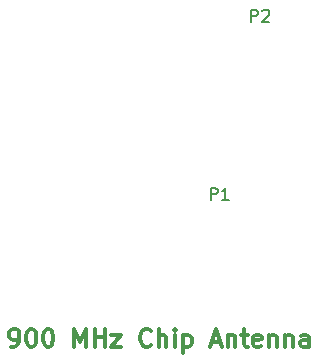
<source format=gbr>
*
%LPD*%
%LN915 Chip Antenna-F.SilkS*%
%FSLAX25Y25*%
%MOIN*%
%AD*%
%AD*%
%ADD27C,0.011811024*%
%ADD28C,0.005905512*%
G54D27*
%SRX1Y1I0.0J0.0*%
G1X517435Y-424719D2*
G1X518560Y-424719D1*
G1X519123Y-424438D1*
G1X519404Y-424156D1*
G1X519966Y-423313D1*
G1X520247Y-422188D1*
G1X520247Y-419938D1*
G1X519966Y-419376D1*
G1X519685Y-419094D1*
G1X519123Y-418813D1*
G1X517998Y-418813D1*
G1X517435Y-419094D1*
G1X517154Y-419376D1*
G1X516873Y-419938D1*
G1X516873Y-421344D1*
G1X517154Y-421907D1*
G1X517435Y-422188D1*
G1X517998Y-422469D1*
G1X519123Y-422469D1*
G1X519685Y-422188D1*
G1X519966Y-421907D1*
G1X520247Y-421344D1*
G1X523903Y-418813D2*
G1X524466Y-418813D1*
G1X525028Y-419094D1*
G1X525309Y-419376D1*
G1X525591Y-419938D1*
G1X525872Y-421063D1*
G1X525872Y-422469D1*
G1X525591Y-423594D1*
G1X525309Y-424156D1*
G1X525028Y-424438D1*
G1X524466Y-424719D1*
G1X523903Y-424719D1*
G1X523341Y-424438D1*
G1X523060Y-424156D1*
G1X522778Y-423594D1*
G1X522497Y-422469D1*
G1X522497Y-421063D1*
G1X522778Y-419938D1*
G1X523060Y-419376D1*
G1X523341Y-419094D1*
G1X523903Y-418813D1*
G1X529528Y-418813D2*
G1X530090Y-418813D1*
G1X530652Y-419094D1*
G1X530934Y-419376D1*
G1X531215Y-419938D1*
G1X531496Y-421063D1*
G1X531496Y-422469D1*
G1X531215Y-423594D1*
G1X530934Y-424156D1*
G1X530652Y-424438D1*
G1X530090Y-424719D1*
G1X529528Y-424719D1*
G1X528965Y-424438D1*
G1X528684Y-424156D1*
G1X528403Y-423594D1*
G1X528121Y-422469D1*
G1X528121Y-421063D1*
G1X528403Y-419938D1*
G1X528684Y-419376D1*
G1X528965Y-419094D1*
G1X529528Y-418813D1*
G1X538526Y-424719D2*
G1X538526Y-418813D1*
G1X540495Y-423031D1*
G1X542463Y-418813D1*
G1X542463Y-424719D1*
G1X545276Y-424719D2*
G1X545276Y-418813D1*
G1X545276Y-421625D2*
G1X548650Y-421625D1*
G1X548650Y-424719D2*
G1X548650Y-418813D1*
G1X550900Y-420782D2*
G1X553993Y-420782D1*
G1X550900Y-424719D1*
G1X553993Y-424719D1*
G1X564117Y-424156D2*
G1X563836Y-424438D1*
G1X562992Y-424719D1*
G1X562430Y-424719D1*
G1X561586Y-424438D1*
G1X561024Y-423875D1*
G1X560742Y-423313D1*
G1X560461Y-422188D1*
G1X560461Y-421344D1*
G1X560742Y-420219D1*
G1X561024Y-419657D1*
G1X561586Y-419094D1*
G1X562430Y-418813D1*
G1X562992Y-418813D1*
G1X563836Y-419094D1*
G1X564117Y-419376D1*
G1X566648Y-424719D2*
G1X566648Y-418813D1*
G1X569179Y-424719D2*
G1X569179Y-421625D1*
G1X568898Y-421063D1*
G1X568335Y-420782D1*
G1X567492Y-420782D1*
G1X566929Y-421063D1*
G1X566648Y-421344D1*
G1X571991Y-424719D2*
G1X571991Y-420782D1*
G1X571991Y-418813D2*
G1X571710Y-419094D1*
G1X571991Y-419376D1*
G1X572272Y-419094D1*
G1X571991Y-418813D1*
G1X571991Y-419376D1*
G1X574803Y-420782D2*
G1X574803Y-426687D1*
G1X574803Y-421063D2*
G1X575366Y-420782D1*
G1X576490Y-420782D1*
G1X577053Y-421063D1*
G1X577334Y-421344D1*
G1X577615Y-421907D1*
G1X577615Y-423594D1*
G1X577334Y-424156D1*
G1X577053Y-424438D1*
G1X576490Y-424719D1*
G1X575366Y-424719D1*
G1X574803Y-424438D1*
G1X584364Y-423031D2*
G1X587177Y-423031D1*
G1X583802Y-424719D2*
G1X585771Y-418813D1*
G1X587739Y-424719D1*
G1X589708Y-420782D2*
G1X589708Y-424719D1*
G1X589708Y-421344D2*
G1X589989Y-421063D1*
G1X590551Y-420782D1*
G1X591395Y-420782D1*
G1X591957Y-421063D1*
G1X592238Y-421625D1*
G1X592238Y-424719D1*
G1X594207Y-420782D2*
G1X596457Y-420782D1*
G1X595051Y-418813D2*
G1X595051Y-423875D1*
G1X595332Y-424438D1*
G1X595894Y-424719D1*
G1X596457Y-424719D1*
G1X600675Y-424438D2*
G1X600112Y-424719D1*
G1X598988Y-424719D1*
G1X598425Y-424438D1*
G1X598144Y-423875D1*
G1X598144Y-421625D1*
G1X598425Y-421063D1*
G1X598988Y-420782D1*
G1X600112Y-420782D1*
G1X600675Y-421063D1*
G1X600956Y-421625D1*
G1X600956Y-422188D1*
G1X598144Y-422750D1*
G1X603487Y-420782D2*
G1X603487Y-424719D1*
G1X603487Y-421344D2*
G1X603768Y-421063D1*
G1X604331Y-420782D1*
G1X605174Y-420782D1*
G1X605737Y-421063D1*
G1X606018Y-421625D1*
G1X606018Y-424719D1*
G1X608830Y-420782D2*
G1X608830Y-424719D1*
G1X608830Y-421344D2*
G1X609111Y-421063D1*
G1X609674Y-420782D1*
G1X610517Y-420782D1*
G1X611080Y-421063D1*
G1X611361Y-421625D1*
G1X611361Y-424719D1*
G1X616704Y-424719D2*
G1X616704Y-421625D1*
G1X616423Y-421063D1*
G1X615861Y-420782D1*
G1X614736Y-420782D1*
G1X614173Y-421063D1*
G1X616704Y-424438D2*
G1X616142Y-424719D1*
G1X614736Y-424719D1*
G1X614173Y-424438D1*
G1X613892Y-423875D1*
G1X613892Y-423313D1*
G1X614173Y-422750D1*
G1X614736Y-422469D1*
G1X616142Y-422469D1*
G1X616704Y-422188D1*
G1X597488Y-316348D2*
G54D28*
G1X597488Y-312411D1*
G1X598988Y-312411D1*
G1X599363Y-312598D1*
G1X599550Y-312786D1*
G1X599738Y-313161D1*
G1X599738Y-313723D1*
G1X599550Y-314098D1*
G1X599363Y-314286D1*
G1X598988Y-314473D1*
G1X597488Y-314473D1*
G1X601237Y-312786D2*
G1X601425Y-312598D1*
G1X601800Y-312411D1*
G1X602737Y-312411D1*
G1X603112Y-312598D1*
G1X603300Y-312786D1*
G1X603487Y-313161D1*
G1X603487Y-313536D1*
G1X603300Y-314098D1*
G1X601050Y-316348D1*
G1X603487Y-316348D1*
G1X584023Y-375797D2*
G1X584023Y-371860D1*
G1X585523Y-371860D1*
G1X585898Y-372047D1*
G1X586086Y-372235D1*
G1X586273Y-372610D1*
G1X586273Y-373172D1*
G1X586086Y-373547D1*
G1X585898Y-373735D1*
G1X585523Y-373922D1*
G1X584023Y-373922D1*
G1X590023Y-375797D2*
G1X587773Y-375797D1*
G1X588898Y-375797D2*
G1X588898Y-371860D1*
G1X588523Y-372422D1*
G1X588148Y-372797D1*
G1X587773Y-372985D1*
M2*

</source>
